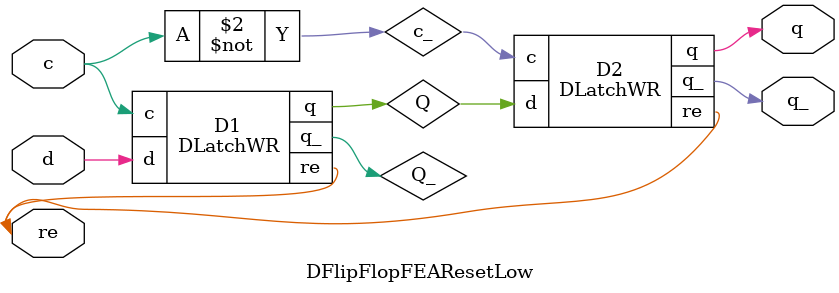
<source format=v>
module NotGate(a,b) ;

output b ;
input a ;

nand(b,a,a) ;

endmodule 

module AndGate(a,b,c) ;

output c ;
input a,b ;
wire x ;

nand(x,a,b) ;
nand(c,x,x) ; 

endmodule 

module OrGate(a,b,c) ;

output c ;
input a,b ;
wire x,y ;

nand(x,a,a) ;
nand(y,b,b) ;
nand(c,x,y) ;

endmodule 

module Mux2x1(a,b,s,c) ;

output c ;
input a,b,s ;
wire x,y,z ;

NotGate NG_1(s,z );
AndGate AG_1(a,z,x) ;
AndGate AG_2(b,s,y) ;
OrGate OG_1(x,y,c) ;

endmodule 

module Nand3(a,b,c,o) ;

output o ;
input a,b,c ;
wire x,y ;

AndGate A(a,b,x) ;
AndGate B(x,c,y) ;
NotGate C(y,o) ;

endmodule 

module DLatchWR(d,c,q,q_,re) ;

output q,q_,re ;
input d,c ;
wire c_,s,r,x,y,re_ ;

AndGate S(d,d,s) ;
NotGate R(d,r) ;

nand(x,c,s) ;
nand(y,c,r) ;
Nand3 N1(q_,x,1'b1,q) ;
Nand3 N2(q,y,re,q_) ;

endmodule 

module DFlipFlopFEAResetLow(d,c,q,q_,re) ;

output q,q_ ;
input d,c,re ;
wire Q,Q_,c_ ;

nand(c_,c,c) ;

DLatchWR D1(d,c,Q,Q_,re) ;
DLatchWR D2(Q,c_,q,q_,re) ;

endmodule 

</source>
